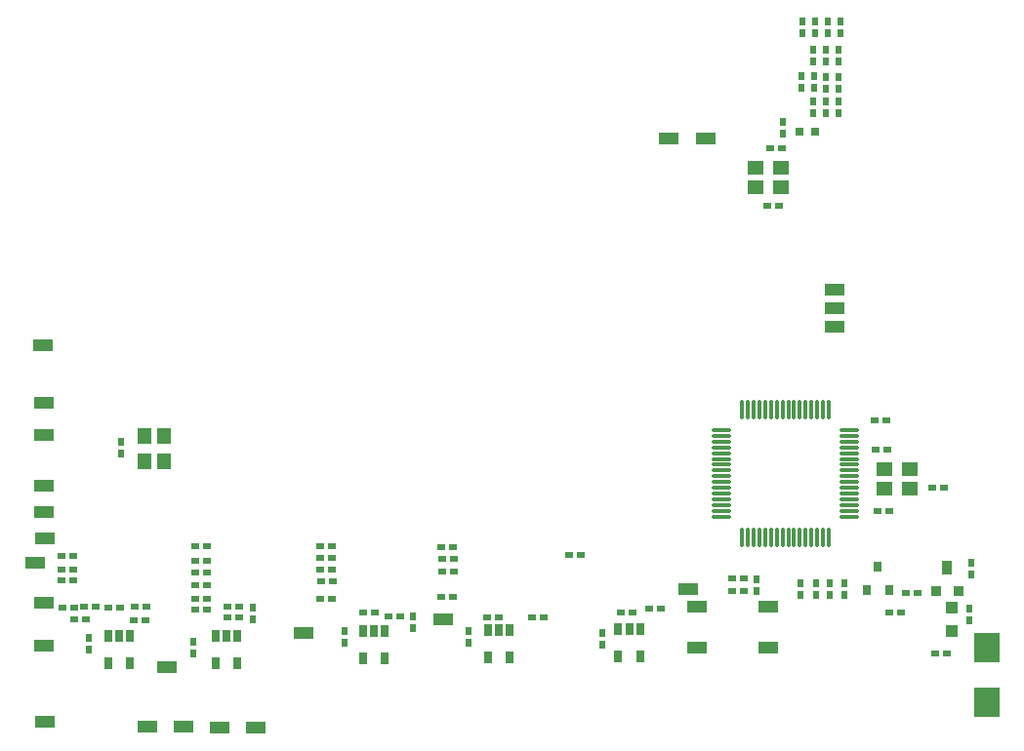
<source format=gbp>
%FSLAX24Y24*%
%MOIN*%
G70*
G01*
G75*
G04 Layer_Color=8454143*
%ADD10R,0.0250X0.0200*%
%ADD11R,0.0362X0.0984*%
%ADD12R,0.0276X0.0394*%
%ADD13R,0.0689X0.1181*%
%ADD14R,0.0984X0.0866*%
%ADD15R,0.0200X0.0250*%
%ADD16R,0.0276X0.0394*%
%ADD17R,0.0315X0.0315*%
%ADD18R,0.0669X0.0492*%
%ADD19R,0.0300X0.0300*%
%ADD20R,0.0906X0.0906*%
%ADD21R,0.0600X0.0600*%
%ADD22R,0.0472X0.0354*%
%ADD23R,0.0472X0.0354*%
%ADD24R,0.0315X0.0315*%
%ADD25R,0.0236X0.0472*%
%ADD26O,0.0315X0.0098*%
%ADD27O,0.0098X0.0315*%
%ADD28O,0.0276X0.0098*%
%ADD29O,0.0098X0.0276*%
%ADD30R,0.1299X0.1299*%
%ADD31R,0.0750X0.0400*%
%ADD32R,0.1358X0.1358*%
%ADD33O,0.0984X0.0276*%
%ADD34C,0.0120*%
%ADD35C,0.0100*%
%ADD36C,0.0080*%
%ADD37C,0.0150*%
%ADD38C,0.0300*%
%ADD39C,0.0200*%
%ADD40C,0.0276*%
%ADD41C,0.0600*%
%ADD42C,0.0220*%
%ADD43C,0.0350*%
%ADD44C,0.0700*%
%ADD45C,0.1100*%
%ADD46R,0.0591X0.0591*%
%ADD47C,0.0591*%
%ADD48C,0.0320*%
%ADD49C,0.0354*%
%ADD50R,0.0591X0.0591*%
%ADD51R,0.0600X0.0600*%
%ADD52C,0.0710*%
%ADD53C,0.0900*%
%ADD54C,0.0400*%
G04:AMPARAMS|DCode=55|XSize=42mil|YSize=42mil|CornerRadius=0mil|HoleSize=0mil|Usage=FLASHONLY|Rotation=0.000|XOffset=0mil|YOffset=0mil|HoleType=Round|Shape=Relief|Width=5mil|Gap=5mil|Entries=4|*
%AMTHD55*
7,0,0,0.0420,0.0320,0.0050,45*
%
%ADD55THD55*%
%ADD56C,0.0420*%
%ADD57C,0.0500*%
%ADD58C,0.1400*%
%ADD59C,0.0654*%
%ADD60C,0.0497*%
G04:AMPARAMS|DCode=61|XSize=49.685mil|YSize=49.685mil|CornerRadius=0mil|HoleSize=0mil|Usage=FLASHONLY|Rotation=0.000|XOffset=0mil|YOffset=0mil|HoleType=Round|Shape=Relief|Width=5mil|Gap=5mil|Entries=4|*
%AMTHD61*
7,0,0,0.0497,0.0397,0.0050,45*
%
%ADD61THD61*%
G04:AMPARAMS|DCode=62|XSize=65.433mil|YSize=65.433mil|CornerRadius=0mil|HoleSize=0mil|Usage=FLASHONLY|Rotation=0.000|XOffset=0mil|YOffset=0mil|HoleType=Round|Shape=Relief|Width=5mil|Gap=5mil|Entries=4|*
%AMTHD62*
7,0,0,0.0654,0.0554,0.0050,45*
%
%ADD62THD62*%
G04:AMPARAMS|DCode=63|XSize=60mil|YSize=60mil|CornerRadius=0mil|HoleSize=0mil|Usage=FLASHONLY|Rotation=0.000|XOffset=0mil|YOffset=0mil|HoleType=Round|Shape=Relief|Width=5mil|Gap=5mil|Entries=4|*
%AMTHD63*
7,0,0,0.0600,0.0500,0.0050,45*
%
%ADD63THD63*%
%ADD64C,0.0770*%
%ADD65C,0.0480*%
%ADD66C,0.0090*%
G04:AMPARAMS|DCode=67|XSize=50mil|YSize=50mil|CornerRadius=0mil|HoleSize=0mil|Usage=FLASHONLY|Rotation=0.000|XOffset=0mil|YOffset=0mil|HoleType=Round|Shape=Relief|Width=5mil|Gap=5mil|Entries=4|*
%AMTHD67*
7,0,0,0.0500,0.0400,0.0050,45*
%
%ADD67THD67*%
G04:AMPARAMS|DCode=68|XSize=48mil|YSize=48mil|CornerRadius=0mil|HoleSize=0mil|Usage=FLASHONLY|Rotation=0.000|XOffset=0mil|YOffset=0mil|HoleType=Round|Shape=Relief|Width=5mil|Gap=5mil|Entries=4|*
%AMTHD68*
7,0,0,0.0480,0.0380,0.0050,45*
%
%ADD68THD68*%
%ADD69R,0.0709X0.0394*%
%ADD70R,0.0472X0.0551*%
%ADD71R,0.0394X0.0394*%
%ADD72R,0.0866X0.0984*%
%ADD73R,0.0551X0.0472*%
%ADD74O,0.0709X0.0118*%
%ADD75O,0.0118X0.0709*%
%ADD76R,0.0360X0.0360*%
%ADD77R,0.0360X0.0500*%
%ADD78R,0.0315X0.0354*%
%ADD79R,0.0300X0.0300*%
%ADD80R,0.0709X0.0433*%
%ADD81C,0.0040*%
%ADD82C,0.0098*%
%ADD83C,0.0060*%
%ADD84C,0.0050*%
%ADD85C,0.0197*%
%ADD86C,0.0079*%
%ADD87C,0.0157*%
%ADD88C,0.0030*%
%ADD89C,0.0059*%
%ADD90R,0.0330X0.0280*%
%ADD91R,0.0442X0.1064*%
%ADD92R,0.0356X0.0474*%
%ADD93R,0.0769X0.1261*%
%ADD94R,0.1064X0.0946*%
%ADD95R,0.0280X0.0330*%
%ADD96R,0.0356X0.0474*%
%ADD97R,0.0395X0.0395*%
%ADD98R,0.0749X0.0572*%
%ADD99R,0.0380X0.0380*%
%ADD100R,0.0986X0.0986*%
%ADD101R,0.0680X0.0680*%
%ADD102R,0.0552X0.0434*%
%ADD103R,0.0552X0.0434*%
%ADD104R,0.0395X0.0395*%
%ADD105R,0.0316X0.0552*%
%ADD106O,0.0395X0.0178*%
%ADD107O,0.0178X0.0395*%
%ADD108O,0.0356X0.0178*%
%ADD109O,0.0178X0.0356*%
%ADD110R,0.1379X0.1379*%
%ADD111R,0.0830X0.0480*%
%ADD112R,0.1438X0.1438*%
%ADD113O,0.1064X0.0356*%
%ADD114C,0.0680*%
%ADD115C,0.0300*%
%ADD116C,0.0430*%
%ADD117C,0.0780*%
%ADD118C,0.1180*%
%ADD119R,0.0671X0.0671*%
%ADD120C,0.0671*%
%ADD121C,0.0400*%
%ADD122C,0.0434*%
%ADD123R,0.0671X0.0671*%
%ADD124R,0.0680X0.0680*%
%ADD125C,0.0790*%
%ADD126C,0.0980*%
%ADD127R,0.0789X0.0474*%
%ADD128R,0.0552X0.0631*%
%ADD129R,0.0474X0.0474*%
%ADD130R,0.0946X0.1064*%
%ADD131R,0.0631X0.0552*%
%ADD132O,0.0789X0.0198*%
%ADD133O,0.0198X0.0789*%
%ADD134R,0.0440X0.0440*%
%ADD135R,0.0440X0.0580*%
%ADD136R,0.0395X0.0434*%
%ADD137R,0.0380X0.0380*%
%ADD138R,0.0789X0.0513*%
D10*
X12351Y5155D02*
D03*
X12751Y5155D02*
D03*
X11301Y5625D02*
D03*
X10901D02*
D03*
X7731Y5335D02*
D03*
X8131D02*
D03*
X13231Y4995D02*
D03*
X13631D02*
D03*
X10911Y6205D02*
D03*
X11311D02*
D03*
X10901Y6605D02*
D03*
X11301D02*
D03*
X10901Y7015D02*
D03*
X11301D02*
D03*
X10901Y7415D02*
D03*
X11301D02*
D03*
X7731Y4965D02*
D03*
X8131D02*
D03*
X6611Y5615D02*
D03*
X7011D02*
D03*
X6621Y6065D02*
D03*
X7021D02*
D03*
X6611Y6505D02*
D03*
X7011D02*
D03*
X6611Y7425D02*
D03*
X7011D02*
D03*
X6611Y6915D02*
D03*
X7011D02*
D03*
X2821Y5335D02*
D03*
X3221D02*
D03*
X2071Y6595D02*
D03*
X2471D02*
D03*
X2901Y4905D02*
D03*
X2501D02*
D03*
X2071Y7085D02*
D03*
X2471D02*
D03*
X2061Y6255D02*
D03*
X2461D02*
D03*
X3641Y5325D02*
D03*
X4041D02*
D03*
X4941Y5335D02*
D03*
X4541D02*
D03*
X4531Y4875D02*
D03*
X4931D02*
D03*
X16581Y4985D02*
D03*
X16981D02*
D03*
X18521Y4965D02*
D03*
X18121D02*
D03*
X30231Y11715D02*
D03*
X29831D02*
D03*
X25361Y6299D02*
D03*
X24961D02*
D03*
X32172Y9409D02*
D03*
X31772D02*
D03*
X30891Y5815D02*
D03*
X31291D02*
D03*
X25354Y5866D02*
D03*
X24954D02*
D03*
X32301Y3735D02*
D03*
X31901D02*
D03*
X29921Y8605D02*
D03*
X30321D02*
D03*
X30261Y10695D02*
D03*
X29861D02*
D03*
X7021Y5255D02*
D03*
X6621D02*
D03*
X2081Y5325D02*
D03*
X2481D02*
D03*
X26171Y19055D02*
D03*
X26571D02*
D03*
X26254Y21020D02*
D03*
X26654D02*
D03*
X30321Y5135D02*
D03*
X30721D02*
D03*
X15041Y6555D02*
D03*
X15441D02*
D03*
X15031Y5675D02*
D03*
X15431D02*
D03*
X15041Y6965D02*
D03*
X15441D02*
D03*
X15031Y7385D02*
D03*
X15431D02*
D03*
X19401Y7115D02*
D03*
X19801D02*
D03*
X21562Y5146D02*
D03*
X21162D02*
D03*
X22521Y5265D02*
D03*
X22121D02*
D03*
D12*
X12347Y4525D02*
D03*
X12721D02*
D03*
X13095D02*
D03*
X12347Y3580D02*
D03*
X13095D02*
D03*
X7307Y4345D02*
D03*
X7681D02*
D03*
X8055D02*
D03*
X7307Y3400D02*
D03*
X8055Y3400D02*
D03*
X3653Y4340D02*
D03*
X4027D02*
D03*
X4401D02*
D03*
X3653Y3395D02*
D03*
X4401D02*
D03*
X21071Y4590D02*
D03*
X21445Y4590D02*
D03*
X21819D02*
D03*
X21071Y3645D02*
D03*
X21819D02*
D03*
X16607Y4545D02*
D03*
X16981D02*
D03*
X17355D02*
D03*
X16607Y3600D02*
D03*
X17355D02*
D03*
D15*
X27301Y6145D02*
D03*
Y5745D02*
D03*
X20511Y4055D02*
D03*
Y4455D02*
D03*
X28791Y5735D02*
D03*
Y6135D02*
D03*
X11721Y4115D02*
D03*
Y4515D02*
D03*
X6541Y3735D02*
D03*
Y4135D02*
D03*
X3001Y3885D02*
D03*
Y4285D02*
D03*
X14041Y4595D02*
D03*
Y4995D02*
D03*
X8581Y4905D02*
D03*
Y5305D02*
D03*
X33071Y4875D02*
D03*
Y5275D02*
D03*
X33121Y6445D02*
D03*
Y6845D02*
D03*
X25775Y6279D02*
D03*
Y5879D02*
D03*
X28291Y5745D02*
D03*
Y6145D02*
D03*
X27717Y24367D02*
D03*
Y23967D02*
D03*
X27363Y24951D02*
D03*
Y25351D02*
D03*
X28150Y23061D02*
D03*
Y23461D02*
D03*
X27717Y22201D02*
D03*
Y22601D02*
D03*
X28583Y22595D02*
D03*
Y22195D02*
D03*
X28150Y22595D02*
D03*
Y22195D02*
D03*
X27323Y23467D02*
D03*
Y23067D02*
D03*
X27757Y23467D02*
D03*
Y23067D02*
D03*
X27811Y6145D02*
D03*
Y5745D02*
D03*
X4094Y10584D02*
D03*
Y10984D02*
D03*
X28150Y24367D02*
D03*
Y23967D02*
D03*
X28583D02*
D03*
Y24367D02*
D03*
X28662Y25351D02*
D03*
Y24951D02*
D03*
X28229Y25357D02*
D03*
Y24957D02*
D03*
X27796D02*
D03*
Y25357D02*
D03*
X28583Y23461D02*
D03*
Y23061D02*
D03*
X15941Y4125D02*
D03*
Y4525D02*
D03*
X26694Y21526D02*
D03*
Y21926D02*
D03*
D69*
X1142Y6850D02*
D03*
X1496Y1417D02*
D03*
X7441Y1220D02*
D03*
X6220Y1260D02*
D03*
X5000Y1260D02*
D03*
X8701Y1220D02*
D03*
X1457Y5472D02*
D03*
Y11220D02*
D03*
Y4016D02*
D03*
X23465Y5945D02*
D03*
X15079Y4921D02*
D03*
X10315Y4449D02*
D03*
X5669Y3268D02*
D03*
X28465Y14921D02*
D03*
Y16181D02*
D03*
X24055Y21339D02*
D03*
X28465Y15551D02*
D03*
X22795Y21339D02*
D03*
X1496Y7677D02*
D03*
X1457Y8583D02*
D03*
Y9488D02*
D03*
X1457Y12323D02*
D03*
X1417Y14291D02*
D03*
D70*
X5561Y10325D02*
D03*
Y11191D02*
D03*
X4891Y11191D02*
D03*
Y10325D02*
D03*
D71*
X32442Y4524D02*
D03*
Y5311D02*
D03*
D72*
X33662Y3934D02*
D03*
Y2083D02*
D03*
D73*
X31024Y10039D02*
D03*
X30157D02*
D03*
X30157Y9370D02*
D03*
X31024D02*
D03*
X25749Y19682D02*
D03*
X26615D02*
D03*
Y20351D02*
D03*
X25749D02*
D03*
D74*
X24591Y8425D02*
D03*
Y8622D02*
D03*
Y8819D02*
D03*
Y9016D02*
D03*
Y9213D02*
D03*
Y9410D02*
D03*
Y9606D02*
D03*
Y9803D02*
D03*
Y10000D02*
D03*
Y10197D02*
D03*
Y10394D02*
D03*
Y10591D02*
D03*
Y10788D02*
D03*
Y10984D02*
D03*
Y11181D02*
D03*
Y11378D02*
D03*
X28961D02*
D03*
Y11181D02*
D03*
Y10984D02*
D03*
Y10788D02*
D03*
Y10591D02*
D03*
Y10394D02*
D03*
Y10197D02*
D03*
Y10000D02*
D03*
Y9803D02*
D03*
Y9606D02*
D03*
Y9410D02*
D03*
Y9213D02*
D03*
Y9016D02*
D03*
Y8819D02*
D03*
Y8622D02*
D03*
Y8425D02*
D03*
D75*
X25300Y12087D02*
D03*
X25497D02*
D03*
X25694D02*
D03*
X25890D02*
D03*
X26087D02*
D03*
X26284D02*
D03*
X26481D02*
D03*
X26678D02*
D03*
X26875D02*
D03*
X27071D02*
D03*
X27268D02*
D03*
X27465D02*
D03*
X27662D02*
D03*
X27859D02*
D03*
X28056D02*
D03*
X28253D02*
D03*
Y7717D02*
D03*
X28056D02*
D03*
X27859D02*
D03*
X27662D02*
D03*
X27465D02*
D03*
X27268D02*
D03*
X27071D02*
D03*
X26875D02*
D03*
X26678D02*
D03*
X26481D02*
D03*
X26284D02*
D03*
X26087D02*
D03*
X25890D02*
D03*
X25694D02*
D03*
X25497D02*
D03*
X25300D02*
D03*
D76*
X32681Y5885D02*
D03*
X31931D02*
D03*
D77*
X32301Y6685D02*
D03*
D78*
X30309Y5925D02*
D03*
X29561D02*
D03*
X29935Y6713D02*
D03*
D79*
X27251Y21575D02*
D03*
X27801D02*
D03*
D80*
X26181Y5354D02*
D03*
X23740D02*
D03*
X26181Y3937D02*
D03*
X23740D02*
D03*
M02*

</source>
